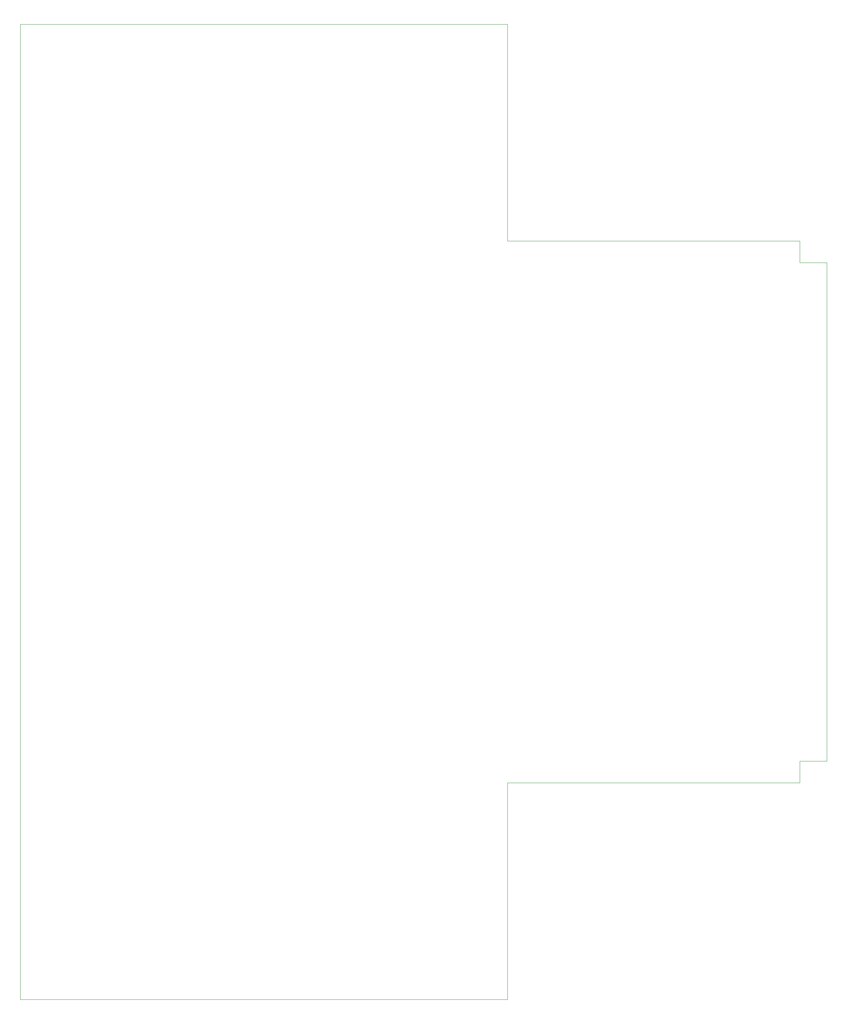
<source format=gbr>
%TF.GenerationSoftware,Altium Limited,Altium Designer,25.0.2 (28)*%
G04 Layer_Color=0*
%FSLAX45Y45*%
%MOMM*%
%TF.SameCoordinates,97F7605E-EDA1-4B57-83DE-D803DCB7673D*%
%TF.FilePolarity,Positive*%
%TF.FileFunction,Profile,NP*%
%TF.Part,Single*%
G01*
G75*
%TA.AperFunction,Profile*%
%ADD91C,0.02540*%
D91*
X20828000Y8890000D02*
Y9398000D01*
X21463000D01*
Y21082001D01*
X20828000D01*
Y21589999D01*
X13970000D01*
Y26670001D01*
X2540000D01*
Y3810000D01*
X13970000D01*
Y8890000D01*
X20828000D01*
%TF.MD5,6e9a3a776bae83082fee07a81e07e223*%
M02*

</source>
